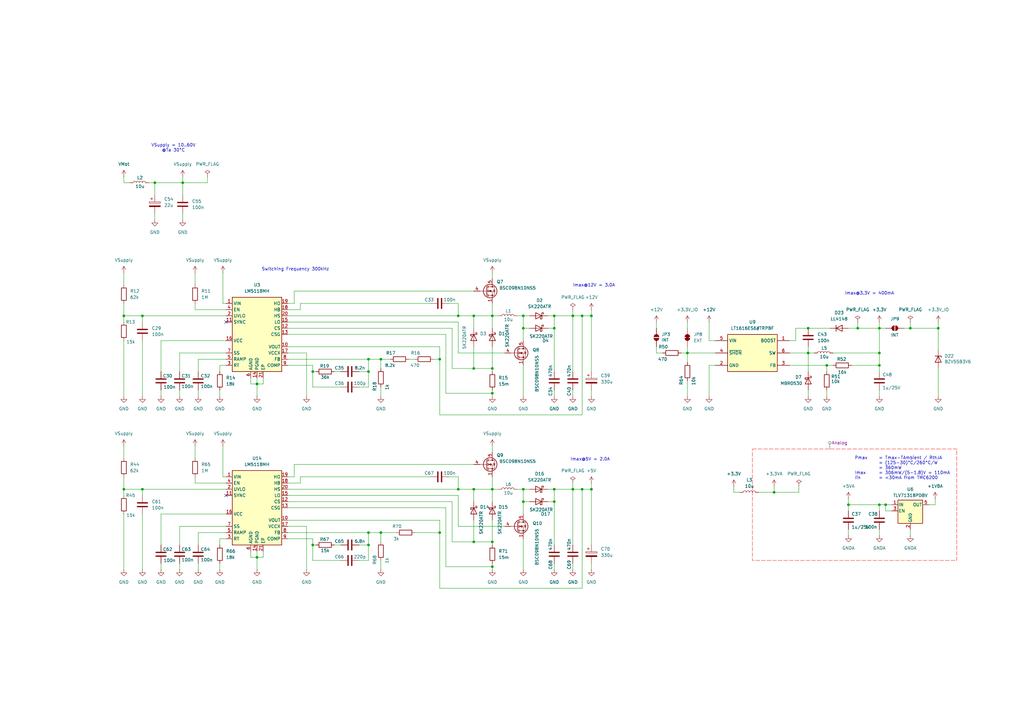
<source format=kicad_sch>
(kicad_sch (version 20250114) (generator "eeschema") (generator_version "9.0")
  (paper "A3")
  (text "Imax@3.3V = 400mA" (at 356.616 120.396 0) (effects (font (size 1.27 1.27))))
  (text "Imax@5V = 2.0A" (at 242.062 188.468 0) (effects (font (size 1.27 1.27))))
  (text "Switching Frequency 300kHz" (at 121.158 110.49 0) (effects (font (size 1.27 1.27))))
  (text "Imax@12V = 3.0A" (at 243.586 117.094 0) (effects (font (size 1.27 1.27))))
  (text "Pmax	= Tmax-TAmbient / RthJA\n		= (125-30)°C/260°C/W\n		= 360mW\nImax	= 306mW/(5-1.8)V = 110mA\nIin		= <30mA from TMC6200 " (at 350.52 192.024 0) (effects (font (size 1.27 1.27)) (justify left)))
  (text "VSupply = 10..60V\n@Ta 30°C" (at 71.12 60.706 0) (effects (font (size 1.27 1.27))))
  (junction (at 187.96 129.54))
  (junction (at 373.38 134.62))
  (junction (at 360.68 149.86))
  (junction (at 201.93 129.54))
  (junction (at 63.5 74.93))
  (junction (at 74.93 74.93))
  (junction (at 128.27 152.4))
  (junction (at 151.13 218.44))
  (junction (at 58.42 129.54))
  (junction (at 180.34 147.32))
  (junction (at 242.57 129.54))
  (junction (at 234.95 200.66))
  (junction (at 360.68 134.62))
  (junction (at 105.41 228.6))
  (junction (at 317.5 201.93))
  (junction (at 194.31 129.54))
  (junction (at 363.22 207.01))
  (junction (at 194.31 151.13))
  (junction (at 151.13 152.4))
  (junction (at 214.63 205.74))
  (junction (at 105.41 157.48))
  (junction (at 180.34 218.44))
  (junction (at 214.63 129.54))
  (junction (at 214.63 200.66))
  (junction (at 201.93 232.41))
  (junction (at 201.93 200.66))
  (junction (at 339.09 149.86))
  (junction (at 214.63 134.62))
  (junction (at 128.27 223.52))
  (junction (at 194.31 222.25))
  (junction (at 151.13 147.32))
  (junction (at 227.33 205.74))
  (junction (at 238.76 129.54))
  (junction (at 58.42 200.66))
  (junction (at 151.13 223.52))
  (junction (at 201.93 222.25))
  (junction (at 201.93 161.29))
  (junction (at 234.95 129.54))
  (junction (at 187.96 200.66))
  (junction (at 384.81 134.62))
  (junction (at 156.21 147.32))
  (junction (at 201.93 151.13))
  (junction (at 238.76 200.66))
  (junction (at 360.68 144.78))
  (junction (at 156.21 218.44))
  (junction (at 227.33 129.54))
  (junction (at 227.33 134.62))
  (junction (at 281.94 144.78))
  (junction (at 242.57 200.66))
  (junction (at 227.33 200.66))
  (junction (at 194.31 200.66))
  (junction (at 360.68 207.01))
  (junction (at 50.8 129.54))
  (junction (at 331.47 134.62))
  (junction (at 351.79 134.62))
  (junction (at 347.98 207.01))
  (junction (at 50.8 200.66))
  (junction (at 331.47 144.78))
  (no_connect (at 92.71 132.08))
  (no_connect (at 92.71 203.2))
  (wire (pts (xy 151.13 147.32) (xy 156.21 147.32)))
  (wire (pts (xy 234.95 231.14) (xy 234.95 233.68)))
  (wire (pts (xy 224.79 129.54) (xy 227.33 129.54)))
  (wire (pts (xy 227.33 129.54) (xy 227.33 134.62)))
  (wire (pts (xy 147.32 152.4) (xy 151.13 152.4)))
  (wire (pts (xy 180.34 147.32) (xy 180.34 170.18)))
  (wire (pts (xy 227.33 200.66) (xy 227.33 205.74)))
  (wire (pts (xy 118.11 215.9) (xy 125.73 215.9)))
  (wire (pts (xy 120.65 124.46) (xy 120.65 119.38)))
  (wire (pts (xy 279.4 144.78) (xy 281.94 144.78)))
  (wire (pts (xy 185.42 134.62) (xy 185.42 151.13)))
  (wire (pts (xy 242.57 127) (xy 242.57 129.54)))
  (wire (pts (xy 184.15 124.46) (xy 187.96 124.46)))
  (wire (pts (xy 50.8 129.54) (xy 50.8 132.08)))
  (wire (pts (xy 182.88 137.16) (xy 182.88 161.29)))
  (wire (pts (xy 317.5 201.93) (xy 327.66 201.93)))
  (wire (pts (xy 66.04 231.14) (xy 66.04 233.68)))
  (wire (pts (xy 360.68 217.17) (xy 360.68 219.71)))
  (wire (pts (xy 347.98 207.01) (xy 347.98 209.55)))
  (wire (pts (xy 384.81 134.62) (xy 384.81 143.51)))
  (wire (pts (xy 187.96 200.66) (xy 194.31 200.66)))
  (wire (pts (xy 331.47 144.78) (xy 331.47 152.4)))
  (wire (pts (xy 91.44 182.88) (xy 91.44 195.58)))
  (wire (pts (xy 73.66 144.78) (xy 73.66 152.4)))
  (wire (pts (xy 360.68 134.62) (xy 363.22 134.62)))
  (wire (pts (xy 238.76 241.3) (xy 238.76 200.66)))
  (wire (pts (xy 50.8 200.66) (xy 50.8 203.2)))
  (wire (pts (xy 214.63 220.98) (xy 214.63 233.68)))
  (wire (pts (xy 242.57 198.12) (xy 242.57 200.66)))
  (wire (pts (xy 326.39 134.62) (xy 331.47 134.62)))
  (wire (pts (xy 177.8 147.32) (xy 180.34 147.32)))
  (wire (pts (xy 234.95 129.54) (xy 238.76 129.54)))
  (wire (pts (xy 347.98 217.17) (xy 347.98 219.71)))
  (wire (pts (xy 118.11 203.2) (xy 187.96 203.2)))
  (wire (pts (xy 156.21 218.44) (xy 156.21 222.25)))
  (wire (pts (xy 339.09 149.86) (xy 341.63 149.86)))
  (wire (pts (xy 120.65 119.38) (xy 194.31 119.38)))
  (wire (pts (xy 224.79 200.66) (xy 227.33 200.66)))
  (wire (pts (xy 227.33 160.02) (xy 227.33 162.56)))
  (wire (pts (xy 85.09 72.39) (xy 85.09 74.93)))
  (wire (pts (xy 201.93 129.54) (xy 201.93 134.62)))
  (wire (pts (xy 360.68 149.86) (xy 360.68 152.4)))
  (wire (pts (xy 66.04 139.7) (xy 66.04 152.4)))
  (wire (pts (xy 92.71 124.46) (xy 91.44 124.46)))
  (wire (pts (xy 227.33 134.62) (xy 227.33 152.4)))
  (wire (pts (xy 227.33 231.14) (xy 227.33 233.68)))
  (wire (pts (xy 242.57 129.54) (xy 242.57 152.4)))
  (wire (pts (xy 58.42 200.66) (xy 92.71 200.66)))
  (wire (pts (xy 360.68 132.08) (xy 360.68 134.62)))
  (wire (pts (xy 331.47 160.02) (xy 331.47 162.56)))
  (wire (pts (xy 365.76 209.55) (xy 363.22 209.55)))
  (wire (pts (xy 384.81 151.13) (xy 384.81 162.56)))
  (wire (pts (xy 60.96 74.93) (xy 63.5 74.93)))
  (wire (pts (xy 269.24 144.78) (xy 269.24 142.24)))
  (wire (pts (xy 185.42 151.13) (xy 194.31 151.13)))
  (wire (pts (xy 351.79 134.62) (xy 360.68 134.62)))
  (wire (pts (xy 92.71 195.58) (xy 91.44 195.58)))
  (wire (pts (xy 73.66 231.14) (xy 73.66 233.68)))
  (wire (pts (xy 151.13 218.44) (xy 156.21 218.44)))
  (wire (pts (xy 156.21 229.87) (xy 156.21 233.68)))
  (wire (pts (xy 92.71 144.78) (xy 73.66 144.78)))
  (wire (pts (xy 73.66 160.02) (xy 73.66 162.56)))
  (wire (pts (xy 187.96 203.2) (xy 187.96 215.9)))
  (wire (pts (xy 53.34 74.93) (xy 50.8 74.93)))
  (wire (pts (xy 92.71 127) (xy 80.01 127)))
  (wire (pts (xy 118.11 198.12) (xy 123.19 198.12)))
  (wire (pts (xy 50.8 200.66) (xy 58.42 200.66)))
  (wire (pts (xy 360.68 134.62) (xy 360.68 144.78)))
  (wire (pts (xy 139.7 158.75) (xy 128.27 158.75)))
  (wire (pts (xy 347.98 207.01) (xy 347.98 204.47)))
  (wire (pts (xy 182.88 161.29) (xy 201.93 161.29)))
  (wire (pts (xy 80.01 198.12) (xy 80.01 195.58)))
  (wire (pts (xy 201.93 231.14) (xy 201.93 232.41)))
  (wire (pts (xy 80.01 182.88) (xy 80.01 187.96)))
  (wire (pts (xy 66.04 210.82) (xy 66.04 223.52)))
  (wire (pts (xy 118.11 132.08) (xy 187.96 132.08)))
  (wire (pts (xy 156.21 158.75) (xy 156.21 162.56)))
  (wire (pts (xy 363.22 207.01) (xy 365.76 207.01)))
  (wire (pts (xy 363.22 209.55) (xy 363.22 207.01)))
  (wire (pts (xy 281.94 144.78) (xy 281.94 148.59)))
  (wire (pts (xy 92.71 210.82) (xy 66.04 210.82)))
  (wire (pts (xy 269.24 132.08) (xy 269.24 134.62)))
  (wire (pts (xy 118.11 129.54) (xy 187.96 129.54)))
  (wire (pts (xy 80.01 111.76) (xy 80.01 116.84)))
  (wire (pts (xy 180.34 213.36) (xy 180.34 218.44)))
  (wire (pts (xy 281.94 156.21) (xy 281.94 162.56)))
  (wire (pts (xy 50.8 129.54) (xy 50.8 124.46)))
  (wire (pts (xy 224.79 134.62) (xy 227.33 134.62)))
  (wire (pts (xy 234.95 127) (xy 234.95 129.54)))
  (wire (pts (xy 102.87 226.06) (xy 102.87 228.6)))
  (wire (pts (xy 92.71 149.86) (xy 90.17 149.86)))
  (wire (pts (xy 351.79 132.08) (xy 351.79 134.62)))
  (wire (pts (xy 92.71 139.7) (xy 66.04 139.7)))
  (wire (pts (xy 323.85 139.7) (xy 326.39 139.7)))
  (wire (pts (xy 91.44 111.76) (xy 91.44 124.46)))
  (wire (pts (xy 184.15 195.58) (xy 187.96 195.58)))
  (wire (pts (xy 80.01 127) (xy 80.01 124.46)))
  (wire (pts (xy 151.13 152.4) (xy 151.13 147.32)))
  (wire (pts (xy 194.31 200.66) (xy 194.31 205.74)))
  (wire (pts (xy 194.31 129.54) (xy 201.93 129.54)))
  (wire (pts (xy 120.65 190.5) (xy 194.31 190.5)))
  (wire (pts (xy 227.33 129.54) (xy 234.95 129.54)))
  (wire (pts (xy 281.94 142.24) (xy 281.94 144.78)))
  (wire (pts (xy 81.28 231.14) (xy 81.28 233.68)))
  (wire (pts (xy 201.93 160.02) (xy 201.93 161.29)))
  (wire (pts (xy 92.71 198.12) (xy 80.01 198.12)))
  (wire (pts (xy 281.94 132.08) (xy 281.94 134.62)))
  (wire (pts (xy 118.11 124.46) (xy 120.65 124.46)))
  (wire (pts (xy 341.63 144.78) (xy 360.68 144.78)))
  (wire (pts (xy 201.93 195.58) (xy 201.93 200.66)))
  (wire (pts (xy 118.11 142.24) (xy 180.34 142.24)))
  (wire (pts (xy 123.19 195.58) (xy 176.53 195.58)))
  (wire (pts (xy 50.8 72.39) (xy 50.8 74.93)))
  (wire (pts (xy 234.95 200.66) (xy 238.76 200.66)))
  (wire (pts (xy 128.27 152.4) (xy 128.27 149.86)))
  (wire (pts (xy 151.13 158.75) (xy 151.13 152.4)))
  (wire (pts (xy 281.94 144.78) (xy 293.37 144.78)))
  (wire (pts (xy 290.83 149.86) (xy 290.83 162.56)))
  (wire (pts (xy 118.11 205.74) (xy 185.42 205.74)))
  (wire (pts (xy 151.13 229.87) (xy 151.13 223.52)))
  (wire (pts (xy 151.13 223.52) (xy 151.13 218.44)))
  (wire (pts (xy 300.99 201.93) (xy 303.53 201.93)))
  (wire (pts (xy 81.28 218.44) (xy 81.28 223.52)))
  (wire (pts (xy 102.87 154.94) (xy 102.87 157.48)))
  (wire (pts (xy 118.11 200.66) (xy 187.96 200.66)))
  (wire (pts (xy 326.39 139.7) (xy 326.39 134.62)))
  (wire (pts (xy 125.73 215.9) (xy 125.73 233.68)))
  (wire (pts (xy 214.63 200.66) (xy 217.17 200.66)))
  (wire (pts (xy 139.7 229.87) (xy 128.27 229.87)))
  (wire (pts (xy 137.16 223.52) (xy 139.7 223.52)))
  (wire (pts (xy 187.96 124.46) (xy 187.96 129.54)))
  (wire (pts (xy 118.11 134.62) (xy 185.42 134.62)))
  (wire (pts (xy 182.88 208.28) (xy 182.88 232.41)))
  (wire (pts (xy 128.27 223.52) (xy 128.27 220.98)))
  (wire (pts (xy 58.42 132.08) (xy 58.42 129.54)))
  (wire (pts (xy 180.34 142.24) (xy 180.34 147.32)))
  (wire (pts (xy 120.65 195.58) (xy 120.65 190.5)))
  (wire (pts (xy 63.5 87.63) (xy 63.5 90.17)))
  (wire (pts (xy 227.33 205.74) (xy 227.33 223.52)))
  (wire (pts (xy 214.63 205.74) (xy 217.17 205.74)))
  (wire (pts (xy 105.41 157.48) (xy 107.95 157.48)))
  (wire (pts (xy 187.96 195.58) (xy 187.96 200.66)))
  (wire (pts (xy 201.93 182.88) (xy 201.93 185.42)))
  (wire (pts (xy 137.16 152.4) (xy 139.7 152.4)))
  (wire (pts (xy 66.04 160.02) (xy 66.04 162.56)))
  (wire (pts (xy 300.99 199.39) (xy 300.99 201.93)))
  (wire (pts (xy 185.42 205.74) (xy 185.42 222.25)))
  (wire (pts (xy 214.63 205.74) (xy 214.63 210.82)))
  (wire (pts (xy 201.93 151.13) (xy 201.93 152.4)))
  (wire (pts (xy 123.19 127) (xy 123.19 124.46)))
  (wire (pts (xy 107.95 157.48) (xy 107.95 154.94)))
  (wire (pts (xy 323.85 149.86) (xy 339.09 149.86)))
  (wire (pts (xy 224.79 205.74) (xy 227.33 205.74)))
  (wire (pts (xy 123.19 124.46) (xy 176.53 124.46)))
  (wire (pts (xy 242.57 200.66) (xy 242.57 223.52)))
  (wire (pts (xy 194.31 200.66) (xy 201.93 200.66)))
  (wire (pts (xy 242.57 160.02) (xy 242.57 162.56)))
  (wire (pts (xy 339.09 149.86) (xy 339.09 152.4)))
  (wire (pts (xy 147.32 158.75) (xy 151.13 158.75)))
  (wire (pts (xy 129.54 152.4) (xy 128.27 152.4)))
  (wire (pts (xy 58.42 210.82) (xy 58.42 233.68)))
  (wire (pts (xy 92.71 220.98) (xy 90.17 220.98)))
  (wire (pts (xy 118.11 218.44) (xy 151.13 218.44)))
  (wire (pts (xy 201.93 213.36) (xy 201.93 222.25)))
  (wire (pts (xy 201.93 222.25) (xy 201.93 223.52)))
  (wire (pts (xy 182.88 232.41) (xy 201.93 232.41)))
  (wire (pts (xy 73.66 215.9) (xy 73.66 223.52)))
  (wire (pts (xy 128.27 220.98) (xy 118.11 220.98)))
  (wire (pts (xy 339.09 160.02) (xy 339.09 162.56)))
  (wire (pts (xy 269.24 144.78) (xy 271.78 144.78)))
  (wire (pts (xy 118.11 144.78) (xy 125.73 144.78)))
  (wire (pts (xy 50.8 182.88) (xy 50.8 187.96)))
  (wire (pts (xy 185.42 222.25) (xy 194.31 222.25)))
  (wire (pts (xy 129.54 223.52) (xy 128.27 223.52)))
  (wire (pts (xy 180.34 218.44) (xy 180.34 241.3)))
  (wire (pts (xy 170.18 218.44) (xy 180.34 218.44)))
  (wire (pts (xy 147.32 223.52) (xy 151.13 223.52)))
  (wire (pts (xy 384.81 132.08) (xy 384.81 134.62)))
  (wire (pts (xy 58.42 203.2) (xy 58.42 200.66)))
  (wire (pts (xy 105.41 226.06) (xy 105.41 228.6)))
  (wire (pts (xy 63.5 74.93) (xy 63.5 80.01)))
  (wire (pts (xy 167.64 147.32) (xy 170.18 147.32)))
  (wire (pts (xy 90.17 149.86) (xy 90.17 152.4)))
  (wire (pts (xy 214.63 134.62) (xy 217.17 134.62)))
  (wire (pts (xy 74.93 72.39) (xy 74.93 74.93)))
  (wire (pts (xy 187.96 132.08) (xy 187.96 144.78)))
  (wire (pts (xy 373.38 134.62) (xy 384.81 134.62)))
  (wire (pts (xy 90.17 231.14) (xy 90.17 233.68)))
  (wire (pts (xy 238.76 170.18) (xy 238.76 129.54)))
  (wire (pts (xy 323.85 144.78) (xy 331.47 144.78)))
  (wire (pts (xy 360.68 207.01) (xy 360.68 209.55)))
  (wire (pts (xy 194.31 222.25) (xy 201.93 222.25)))
  (wire (pts (xy 102.87 157.48) (xy 105.41 157.48)))
  (wire (pts (xy 331.47 134.62) (xy 340.36 134.62)))
  (wire (pts (xy 234.95 129.54) (xy 234.95 152.4)))
  (wire (pts (xy 180.34 170.18) (xy 238.76 170.18)))
  (wire (pts (xy 293.37 149.86) (xy 290.83 149.86)))
  (wire (pts (xy 234.95 200.66) (xy 234.95 223.52)))
  (wire (pts (xy 128.27 149.86) (xy 118.11 149.86)))
  (wire (pts (xy 234.95 198.12) (xy 234.95 200.66)))
  (wire (pts (xy 360.68 207.01) (xy 363.22 207.01)))
  (wire (pts (xy 58.42 139.7) (xy 58.42 162.56)))
  (wire (pts (xy 74.93 74.93) (xy 63.5 74.93)))
  (wire (pts (xy 360.68 160.02) (xy 360.68 162.56)))
  (wire (pts (xy 201.93 124.46) (xy 201.93 129.54)))
  (wire (pts (xy 201.93 200.66) (xy 201.93 205.74)))
  (wire (pts (xy 118.11 208.28) (xy 182.88 208.28)))
  (wire (pts (xy 194.31 151.13) (xy 201.93 151.13)))
  (wire (pts (xy 194.31 142.24) (xy 194.31 151.13)))
  (wire (pts (xy 90.17 160.02) (xy 90.17 162.56)))
  (wire (pts (xy 156.21 218.44) (xy 162.56 218.44)))
  (wire (pts (xy 349.25 149.86) (xy 360.68 149.86)))
  (wire (pts (xy 123.19 198.12) (xy 123.19 195.58)))
  (wire (pts (xy 81.28 147.32) (xy 81.28 152.4)))
  (wire (pts (xy 160.02 147.32) (xy 156.21 147.32)))
  (wire (pts (xy 201.93 129.54) (xy 204.47 129.54)))
  (wire (pts (xy 214.63 129.54) (xy 214.63 134.62)))
  (wire (pts (xy 92.71 147.32) (xy 81.28 147.32)))
  (wire (pts (xy 50.8 139.7) (xy 50.8 162.56)))
  (wire (pts (xy 107.95 228.6) (xy 107.95 226.06)))
  (wire (pts (xy 327.66 201.93) (xy 327.66 199.39)))
  (wire (pts (xy 214.63 134.62) (xy 214.63 139.7)))
  (wire (pts (xy 290.83 139.7) (xy 293.37 139.7)))
  (wire (pts (xy 360.68 144.78) (xy 360.68 149.86)))
  (wire (pts (xy 311.15 201.93) (xy 317.5 201.93)))
  (wire (pts (xy 102.87 228.6) (xy 105.41 228.6)))
  (wire (pts (xy 125.73 144.78) (xy 125.73 162.56)))
  (wire (pts (xy 105.41 228.6) (xy 107.95 228.6)))
  (wire (pts (xy 128.27 158.75) (xy 128.27 152.4)))
  (wire (pts (xy 50.8 111.76) (xy 50.8 116.84)))
  (wire (pts (xy 105.41 228.6) (xy 105.41 233.68)))
  (wire (pts (xy 238.76 200.66) (xy 242.57 200.66)))
  (wire (pts (xy 74.93 87.63) (xy 74.93 90.17)))
  (wire (pts (xy 201.93 142.24) (xy 201.93 151.13)))
  (wire (pts (xy 201.93 161.29) (xy 201.93 162.56)))
  (wire (pts (xy 156.21 147.32) (xy 156.21 151.13)))
  (wire (pts (xy 212.09 129.54) (xy 214.63 129.54)))
  (wire (pts (xy 201.93 200.66) (xy 204.47 200.66)))
  (wire (pts (xy 383.54 207.01) (xy 383.54 204.47)))
  (wire (pts (xy 227.33 200.66) (xy 234.95 200.66)))
  (wire (pts (xy 92.71 218.44) (xy 81.28 218.44)))
  (wire (pts (xy 147.32 229.87) (xy 151.13 229.87)))
  (wire (pts (xy 50.8 129.54) (xy 58.42 129.54)))
  (wire (pts (xy 118.11 213.36) (xy 180.34 213.36)))
  (wire (pts (xy 85.09 74.93) (xy 74.93 74.93)))
  (wire (pts (xy 214.63 200.66) (xy 214.63 205.74)))
  (wire (pts (xy 373.38 217.17) (xy 373.38 219.71)))
  (wire (pts (xy 118.11 137.16) (xy 182.88 137.16)))
  (wire (pts (xy 347.98 207.01) (xy 360.68 207.01)))
  (wire (pts (xy 331.47 142.24) (xy 331.47 144.78)))
  (wire (pts (xy 234.95 160.02) (xy 234.95 162.56)))
  (wire (pts (xy 242.57 231.14) (xy 242.57 233.68)))
  (wire (pts (xy 187.96 129.54) (xy 194.31 129.54)))
  (wire (pts (xy 180.34 241.3) (xy 238.76 241.3)))
  (wire (pts (xy 90.17 220.98) (xy 90.17 223.52)))
  (wire (pts (xy 381 207.01) (xy 383.54 207.01)))
  (wire (pts (xy 187.96 144.78) (xy 207.01 144.78)))
  (wire (pts (xy 92.71 215.9) (xy 73.66 215.9)))
  (wire (pts (xy 290.83 132.08) (xy 290.83 139.7)))
  (wire (pts (xy 118.11 127) (xy 123.19 127)))
  (wire (pts (xy 105.41 154.94) (xy 105.41 157.48)))
  (wire (pts (xy 214.63 149.86) (xy 214.63 162.56)))
  (wire (pts (xy 58.42 129.54) (xy 92.71 129.54)))
  (wire (pts (xy 194.31 129.54) (xy 194.31 134.62)))
  (wire (pts (xy 194.31 213.36) (xy 194.31 222.25)))
  (wire (pts (xy 331.47 144.78) (xy 334.01 144.78)))
  (wire (pts (xy 105.41 157.48) (xy 105.41 162.56)))
  (wire (pts (xy 50.8 210.82) (xy 50.8 233.68)))
  (wire (pts (xy 238.76 129.54) (xy 242.57 129.54)))
  (wire (pts (xy 317.5 201.93) (xy 317.5 199.39)))
  (wire (pts (xy 370.84 134.62) (xy 373.38 134.62)))
  (wire (pts (xy 118.11 195.58) (xy 120.65 195.58)))
  (wire (pts (xy 128.27 229.87) (xy 128.27 223.52)))
  (wire (pts (xy 74.93 74.93) (xy 74.93 80.01)))
  (wire (pts (xy 347.98 134.62) (xy 351.79 134.62)))
  (wire (pts (xy 214.63 129.54) (xy 217.17 129.54)))
  (wire (pts (xy 373.38 132.08) (xy 373.38 134.62)))
  (wire (pts (xy 118.11 147.32) (xy 151.13 147.32)))
  (wire (pts (xy 201.93 111.76) (xy 201.93 114.3)))
  (wire (pts (xy 187.96 215.9) (xy 207.01 215.9)))
  (wire (pts (xy 50.8 200.66) (xy 50.8 195.58)))
  (wire (pts (xy 81.28 160.02) (xy 81.28 162.56)))
  (wire (pts (xy 201.93 232.41) (xy 201.93 233.68)))
  (wire (pts (xy 212.09 200.66) (xy 214.63 200.66)))
  (rule_area (polyline (pts (xy 308.61 184.15) (xy 392.43 184.15) (xy 392.43 229.87) (xy 308.61 229.87)) (stroke (width 0) (type dash))))
  (netclass_flag "" (length 2.54) (shape round) (at 340.36 184.15 0) (property "Netclass" "Analog" (at 341.0585 181.61 0) (effects (justify left))))
  (symbol (lib_id "Device:R") (at 163.83 147.32 90) (unit 1) (exclude_from_sim yes)
    (property "Reference" "R17" (at 160.274 144.78 90))
    (property "Value" "8.2k" (at 160.02 149.86 90))
    (property "Footprint" "Resistor_SMD:R_0805_2012Metric" (effects (hide yes)))
    (property "Description" "Resistor" (effects (hide yes)))
  )
  (symbol (lib_id "Device:C") (at 58.42 135.89 0) (unit 1) (exclude_from_sim yes)
    (property "Reference" "C29" (at 62.23 134.6199 0) (effects (justify left)))
    (property "Value" "100n" (at 62.23 137.1599 0) (effects (justify left)))
    (property "Footprint" "Capacitor_SMD:C_0805_2012Metric" (effects (hide yes)))
    (property "Description" "Unpolarized capacitor" (effects (hide yes)))
  )
  (symbol (lib_id "Device:C") (at 66.04 156.21 0) (unit 1) (exclude_from_sim yes)
    (property "Reference" "C30" (at 66.802 154.178 0) (effects (justify left)))
    (property "Value" "100n" (at 67.056 158.75 0) (effects (justify left)))
    (property "Footprint" "Capacitor_SMD:C_0805_2012Metric" (effects (hide yes)))
    (property "Description" "Unpolarized capacitor" (effects (hide yes)))
  )
  (symbol (lib_id "power:GND") (at 227.33 162.56 0) (unit 1) (exclude_from_sim yes)
    (property "Reference" "#PWR056" (effects (hide yes)))
    (property "Value" "GND" (at 227.33 167.64 0))
    (property "Description" "Power symbol creates a global label with name \"GND\" , ground" (effects (hide yes)))
  )
  (symbol (lib_id "power:GND") (at 281.94 162.56 0) (unit 1) (exclude_from_sim yes)
    (property "Reference" "#PWR0180" (effects (hide yes)))
    (property "Value" "GND" (at 281.94 167.64 0))
    (property "Description" "Power symbol creates a global label with name \"GND\" , ground" (effects (hide yes)))
  )
  (symbol (lib_id "power:GND") (at 227.33 233.68 0) (unit 1) (exclude_from_sim yes)
    (property "Reference" "#PWR0196" (effects (hide yes)))
    (property "Value" "GND" (at 227.33 238.76 0))
    (property "Description" "Power symbol creates a global label with name \"GND\" , ground" (effects (hide yes)))
  )
  (symbol (lib_id "power:GND") (at 90.17 162.56 0) (unit 1) (exclude_from_sim yes)
    (property "Reference" "#PWR047" (effects (hide yes)))
    (property "Value" "GND" (at 90.17 167.64 0))
    (property "Description" "Power symbol creates a global label with name \"GND\" , ground" (effects (hide yes)))
  )
  (symbol (lib_id "Device:C") (at 143.51 158.75 90) (unit 1) (exclude_from_sim yes)
    (property "Reference" "C36" (at 139.192 157.226 90))
    (property "Value" "100p" (at 147.574 157.226 90))
    (property "Footprint" "Capacitor_SMD:C_0805_2012Metric" (effects (hide yes)))
    (property "Description" "Unpolarized capacitor" (effects (hide yes)))
  )
  (symbol (lib_id "Regulator_Switching:LM5118MH") (at 105.41 137.16 0) (unit 1) (exclude_from_sim yes)
    (property "Reference" "U3" (at 105.41 116.84 0))
    (property "Value" "LM5118MH" (at 105.41 119.38 0))
    (property "Footprint" "Package_SO:Texas_PWP0020A" (effects (hide yes)))
    (property "Datasheet" "https://www.ti.com/lit/ds/symlink/lm5118.pdf" (effects (hide yes)))
    (property "Description" "Wide Voltage Range Buck-Boost Controller, HTSSOP-20" (effects (hide yes)))
  )
  (symbol (lib_id "power:GND") (at 105.41 233.68 0) (unit 1) (exclude_from_sim yes)
    (property "Reference" "#PWR0190" (effects (hide yes)))
    (property "Value" "GND" (at 105.41 238.76 0))
    (property "Description" "Power symbol creates a global label with name \"GND\" , ground" (effects (hide yes)))
  )
  (symbol (lib_id "power:GND") (at 66.04 162.56 0) (unit 1) (exclude_from_sim yes)
    (property "Reference" "#PWR048" (effects (hide yes)))
    (property "Value" "GND" (at 66.04 167.64 0))
    (property "Description" "Power symbol creates a global label with name \"GND\" , ground" (effects (hide yes)))
  )
  (symbol (lib_id "power:PWR_FLAG") (at 373.38 132.08 0) (unit 1)
    (property "Reference" "#FLG05" (effects (hide yes)))
    (property "Value" "PWR_FLAG" (at 373.38 127 0))
    (property "Description" "Special symbol for telling ERC where power comes from" (effects (hide yes)))
  )
  (symbol (lib_id "Device:L") (at 337.82 144.78 90) (unit 1) (exclude_from_sim yes)
    (property "Reference" "L5" (at 338.074 142.748 90))
    (property "Value" "10u" (at 338.074 146.304 90))
    (property "Footprint" "Inductor_SMD:L_TechFuse_SL0530" (effects (hide yes)))
    (property "Description" "Inductor" (effects (hide yes)))
  )
  (symbol (lib_id "power:PWR_FLAG") (at 327.66 199.39 0) (unit 1)
    (property "Reference" "#FLG011" (effects (hide yes)))
    (property "Value" "PWR_FLAG" (at 327.66 194.31 0))
    (property "Description" "Special symbol for telling ERC where power comes from" (effects (hide yes)))
  )
  (symbol (lib_id "Device:L") (at 307.34 201.93 90) (unit 1)
    (property "Reference" "L3" (at 307.34 196.85 90))
    (property "Value" "10u" (at 307.34 199.39 90))
    (property "Footprint" "Inductor_SMD:L_0805_2012Metric" (effects (hide yes)))
    (property "Description" "Inductor" (effects (hide yes)))
  )
  (symbol (lib_id "power:GND") (at 74.93 90.17 0) (unit 1) (exclude_from_sim yes)
    (property "Reference" "#PWR0113" (effects (hide yes)))
    (property "Value" "GND" (at 74.93 95.25 0))
    (property "Description" "Power symbol creates a global label with name \"GND\" , ground" (effects (hide yes)))
  )
  (symbol (lib_id "power:GNDA") (at 373.38 219.71 0) (unit 1)
    (property "Reference" "#PWR070" (effects (hide yes)))
    (property "Value" "GNDA" (at 373.38 224.79 0))
    (property "Description" "Power symbol creates a global label with name \"GNDA\" , analog ground" (effects (hide yes)))
  )
  (symbol (lib_id "Device:D_Schottky") (at 201.93 138.43 270) (unit 1) (exclude_from_sim yes)
    (property "Reference" "D1" (at 204.47 136.8424 90) (effects (justify left)))
    (property "Value" "SK220ATR" (at 208.026 132.842 0) (effects (justify left)))
    (property "Footprint" "Diode_SMD:D_SMA" (effects (hide yes)))
    (property "Description" "Schottky diode" (effects (hide yes)))
  )
  (symbol (lib_id "power:GND") (at 156.21 162.56 0) (unit 1) (exclude_from_sim yes)
    (property "Reference" "#PWR060" (effects (hide yes)))
    (property "Value" "GND" (at 156.21 167.64 0))
    (property "Description" "Power symbol creates a global label with name \"GND\" , ground" (effects (hide yes)))
  )
  (symbol (lib_id "Device:C") (at 331.47 138.43 0) (unit 1) (exclude_from_sim yes)
    (property "Reference" "C43" (at 335.28 137.1599 0) (effects (justify left)))
    (property "Value" "100n" (at 335.28 139.6999 0) (effects (justify left)))
    (property "Footprint" "Capacitor_SMD:C_0805_2012Metric" (effects (hide yes)))
    (property "Description" "Unpolarized capacitor" (effects (hide yes)))
  )
  (symbol (lib_id "Device:D_Schottky") (at 220.98 205.74 0) (mirror y) (unit 1) (exclude_from_sim yes)
    (property "Reference" "D17" (at 223.774 210.82 0))
    (property "Value" "SK220ATR" (at 221.996 209.042 0))
    (property "Footprint" "Diode_SMD:D_SMA" (effects (hide yes)))
    (property "Description" "Schottky diode" (effects (hide yes)))
  )
  (symbol (lib_id "Device:C") (at 143.51 152.4 90) (unit 1) (exclude_from_sim yes)
    (property "Reference" "C35" (at 139.192 150.876 90))
    (property "Value" "8.2n" (at 147.574 150.876 90))
    (property "Footprint" "Capacitor_SMD:C_0805_2012Metric" (effects (hide yes)))
    (property "Description" "Unpolarized capacitor" (effects (hide yes)))
  )
  (symbol (lib_id "power:+12V") (at 269.24 132.08 0) (unit 1) (exclude_from_sim yes)
    (property "Reference" "#PWR0178" (effects (hide yes)))
    (property "Value" "+12V" (at 269.24 127 0))
    (property "Description" "Power symbol creates a global label with name \"+12V\"" (effects (hide yes)))
  )
  (symbol (lib_id "Device:R") (at 80.01 120.65 0) (unit 1) (exclude_from_sim yes)
    (property "Reference" "R11" (at 82.55 119.3799 0) (effects (justify left)))
    (property "Value" "1M" (at 82.55 121.9199 0) (effects (justify left)))
    (property "Footprint" "Resistor_SMD:R_0805_2012Metric" (effects (hide yes)))
    (property "Description" "Resistor" (effects (hide yes)))
  )
  (symbol (lib_id "power:GND") (at 214.63 233.68 0) (unit 1) (exclude_from_sim yes)
    (property "Reference" "#PWR0195" (effects (hide yes)))
    (property "Value" "GND" (at 214.63 238.76 0))
    (property "Description" "Power symbol creates a global label with name \"GND\" , ground" (effects (hide yes)))
  )
  (symbol (lib_id "Device:C") (at 180.34 195.58 90) (unit 1) (exclude_from_sim yes)
    (property "Reference" "C67" (at 176.022 194.056 90))
    (property "Value" "100n" (at 184.404 194.056 90))
    (property "Footprint" "Capacitor_SMD:C_0805_2012Metric" (effects (hide yes)))
    (property "Description" "Unpolarized capacitor" (effects (hide yes)))
  )
  (symbol (lib_id "Device:C_Polarized") (at 63.5 83.82 0) (unit 1) (exclude_from_sim yes)
    (property "Reference" "C54" (at 67.31 81.6609 0) (effects (justify left)))
    (property "Value" "22u" (at 67.31 84.2009 0) (effects (justify left)))
    (property "Footprint" "Capacitor_SMD:CP_Elec_6.3x9.9" (effects (hide yes)))
    (property "Description" "Polarized capacitor" (effects (hide yes)))
  )
  (symbol (lib_id "Regulator_Linear:TLV71318PDBV") (at 373.38 209.55 0) (unit 1) (exclude_from_sim yes)
    (property "Reference" "U6" (at 373.38 200.66 0))
    (property "Value" "TLV71318PDBV" (at 373.38 203.2 0))
    (property "Footprint" "Package_TO_SOT_SMD:SOT-23-5" (effects (hide yes)))
    (property "Datasheet" "http://www.ti.com/lit/ds/symlink/tlv713p.pdf" (effects (hide yes)))
    (property "Description" "150mA Low Dropout Voltage Regulator, Fixed Output 1.8V, SOT-23-5" (effects (hide yes)))
  )
  (symbol (lib_id "power:Vdrive") (at 201.93 111.76 0) (unit 1) (exclude_from_sim yes)
    (property "Reference" "#PWR059" (effects (hide yes)))
    (property "Value" "VSupply" (at 201.93 106.68 0))
    (property "Description" "Power symbol creates a global label with name \"Vdrive\"" (effects (hide yes)))
  )
  (symbol (lib_id "Device:R") (at 275.59 144.78 90) (unit 1) (exclude_from_sim yes)
    (property "Reference" "R50" (at 272.034 142.24 90))
    (property "Value" "470" (at 271.78 147.32 90))
    (property "Footprint" "Resistor_SMD:R_0805_2012Metric" (effects (hide yes)))
    (property "Description" "Resistor" (effects (hide yes)))
  )
  (symbol (lib_id "power:Vdrive") (at 91.44 182.88 0) (unit 1) (exclude_from_sim yes)
    (property "Reference" "#PWR0189" (effects (hide yes)))
    (property "Value" "VSupply" (at 91.44 177.8 0))
    (property "Description" "Power symbol creates a global label with name \"Vdrive\"" (effects (hide yes)))
  )
  (symbol (lib_id "power:Vdrive") (at 80.01 111.76 0) (unit 1) (exclude_from_sim yes)
    (property "Reference" "#PWR052" (effects (hide yes)))
    (property "Value" "VSupply" (at 80.01 106.68 0))
    (property "Description" "Power symbol creates a global label with name \"Vdrive\"" (effects (hide yes)))
  )
  (symbol (lib_id "Device:R") (at 90.17 156.21 0) (unit 1) (exclude_from_sim yes)
    (property "Reference" "R14" (at 92.71 154.9399 0) (effects (justify left)))
    (property "Value" "18k" (at 92.71 157.4799 0) (effects (justify left)))
    (property "Footprint" "Resistor_SMD:R_0805_2012Metric" (effects (hide yes)))
    (property "Description" "Resistor" (effects (hide yes)))
  )
  (symbol (lib_id "Device:R") (at 50.8 135.89 0) (unit 1) (exclude_from_sim yes)
    (property "Reference" "R13" (at 51.562 132.08 0) (effects (justify left)))
    (property "Value" "15k" (at 51.816 140.208 0) (effects (justify left)))
    (property "Footprint" "Resistor_SMD:R_0805_2012Metric" (effects (hide yes)))
    (property "Description" "Resistor" (effects (hide yes)))
  )
  (symbol (lib_id "Device:C") (at 234.95 227.33 180) (unit 1) (exclude_from_sim yes)
    (property "Reference" "C69" (at 233.426 231.648 90))
    (property "Value" "470n" (at 233.426 223.266 90))
    (property "Footprint" "Capacitor_SMD:C_0805_2012Metric" (effects (hide yes)))
    (property "Description" "Unpolarized capacitor" (effects (hide yes)))
  )
  (symbol (lib_id "power:Vdrive") (at 80.01 182.88 0) (unit 1) (exclude_from_sim yes)
    (property "Reference" "#PWR0186" (effects (hide yes)))
    (property "Value" "VSupply" (at 80.01 177.8 0))
    (property "Description" "Power symbol creates a global label with name \"Vdrive\"" (effects (hide yes)))
  )
  (symbol (lib_id "power:+3.3V") (at 317.5 199.39 0) (unit 1)
    (property "Reference" "#PWR0117" (effects (hide yes)))
    (property "Value" "+3.3VA" (at 317.5 194.31 0))
    (property "Description" "Power symbol creates a global label with name \"+3.3V\"" (effects (hide yes)))
  )
  (symbol (lib_id "Device:C") (at 360.68 213.36 0) (unit 1) (exclude_from_sim yes)
    (property "Reference" "C38" (at 356.108 210.82 0) (effects (justify left)))
    (property "Value" "100n" (at 354.838 216.154 0) (effects (justify left)))
    (property "Footprint" "Capacitor_SMD:C_0805_2012Metric" (effects (hide yes)))
    (property "Description" "Unpolarized capacitor" (effects (hide yes)))
  )
  (symbol (lib_id "Device:D_Schottky") (at 220.98 200.66 0) (mirror y) (unit 1) (exclude_from_sim yes)
    (property "Reference" "D16" (at 221.2975 194.31 0))
    (property "Value" "SK220ATR" (at 221.2975 196.85 0))
    (property "Footprint" "Diode_SMD:D_SMA" (effects (hide yes)))
    (property "Description" "Schottky diode" (effects (hide yes)))
  )
  (symbol (lib_id "power:GND") (at 50.8 162.56 0) (unit 1) (exclude_from_sim yes)
    (property "Reference" "#PWR045" (effects (hide yes)))
    (property "Value" "GND" (at 50.8 167.64 0))
    (property "Description" "Power symbol creates a global label with name \"GND\" , ground" (effects (hide yes)))
  )
  (symbol (lib_id "Device:R") (at 50.8 207.01 0) (unit 1) (exclude_from_sim yes)
    (property "Reference" "R45" (at 51.562 203.2 0) (effects (justify left)))
    (property "Value" "15k" (at 51.816 211.328 0) (effects (justify left)))
    (property "Footprint" "Resistor_SMD:R_0805_2012Metric" (effects (hide yes)))
    (property "Description" "Resistor" (effects (hide yes)))
  )
  (symbol (lib_id "Device:C_Polarized") (at 242.57 156.21 0) (unit 1) (exclude_from_sim yes)
    (property "Reference" "C39" (at 246.38 154.0509 0) (effects (justify left)))
    (property "Value" "330u" (at 246.38 156.5909 0) (effects (justify left)))
    (property "Footprint" "Capacitor_SMD:CP_Elec_6.3x9.9" (effects (hide yes)))
    (property "Description" "Polarized capacitor" (effects (hide yes)))
  )
  (symbol (lib_id "Device:D_Schottky") (at 220.98 134.62 0) (mirror y) (unit 1) (exclude_from_sim yes)
    (property "Reference" "D4" (at 223.774 139.7 0))
    (property "Value" "SK220ATR" (at 221.996 137.922 0))
    (property "Footprint" "Diode_SMD:D_SMA" (effects (hide yes)))
    (property "Description" "Schottky diode" (effects (hide yes)))
  )
  (symbol (lib_id "Device:R") (at 173.99 147.32 90) (unit 1) (exclude_from_sim yes)
    (property "Reference" "R16" (at 170.434 144.78 90))
    (property "Value" "470" (at 170.18 149.86 90))
    (property "Footprint" "Resistor_SMD:R_0805_2012Metric" (effects (hide yes)))
    (property "Description" "Resistor" (effects (hide yes)))
  )
  (symbol (lib_id "Device:R") (at 281.94 152.4 180) (unit 1) (exclude_from_sim yes)
    (property "Reference" "R64" (at 279.4 155.956 90))
    (property "Value" "10k" (at 284.48 156.21 90))
    (property "Footprint" "Resistor_SMD:R_0805_2012Metric" (effects (hide yes)))
    (property "Description" "Resistor" (effects (hide yes)))
  )
  (symbol (lib_id "Device:C") (at 180.34 124.46 90) (unit 1) (exclude_from_sim yes)
    (property "Reference" "C33" (at 176.022 122.936 90))
    (property "Value" "100n" (at 184.404 122.936 90))
    (property "Footprint" "Capacitor_SMD:C_0805_2012Metric" (effects (hide yes)))
    (property "Description" "Unpolarized capacitor" (effects (hide yes)))
  )
  (symbol (lib_id "power:GNDA") (at 360.68 219.71 0) (unit 1)
    (property "Reference" "#PWR041" (effects (hide yes)))
    (property "Value" "GNDA" (at 360.68 224.79 0))
    (property "Description" "Power symbol creates a global label with name \"GNDA\" , analog ground" (effects (hide yes)))
  )
  (symbol (lib_id "power:GND") (at 66.04 233.68 0) (unit 1) (exclude_from_sim yes)
    (property "Reference" "#PWR0184" (effects (hide yes)))
    (property "Value" "GND" (at 66.04 238.76 0))
    (property "Description" "Power symbol creates a global label with name \"GND\" , ground" (effects (hide yes)))
  )
  (symbol (lib_id "Device:C") (at 347.98 213.36 0) (unit 1) (exclude_from_sim yes)
    (property "Reference" "C37" (at 349.25 210.82 0) (effects (justify left)))
    (property "Value" "1u/25V" (at 349.25 216.154 0) (effects (justify left)))
    (property "Footprint" "Capacitor_SMD:C_0805_2012Metric" (effects (hide yes)))
    (property "Description" "Unpolarized capacitor" (effects (hide yes)))
  )
  (symbol (lib_id "power:GND") (at 234.95 233.68 0) (unit 1) (exclude_from_sim yes)
    (property "Reference" "#PWR0197" (effects (hide yes)))
    (property "Value" "GND" (at 234.95 238.76 0))
    (property "Description" "Power symbol creates a global label with name \"GND\" , ground" (effects (hide yes)))
  )
  (symbol (lib_id "power:GND") (at 90.17 233.68 0) (unit 1) (exclude_from_sim yes)
    (property "Reference" "#PWR0188" (effects (hide yes)))
    (property "Value" "GND" (at 90.17 238.76 0))
    (property "Description" "Power symbol creates a global label with name \"GND\" , ground" (effects (hide yes)))
  )
  (symbol (lib_id "power:GND") (at 242.57 162.56 0) (unit 1) (exclude_from_sim yes)
    (property "Reference" "#PWR066" (effects (hide yes)))
    (property "Value" "GND" (at 242.57 167.64 0))
    (property "Description" "Power symbol creates a global label with name \"GND\" , ground" (effects (hide yes)))
  )
  (symbol (lib_id "Device:R") (at 166.37 218.44 90) (unit 1) (exclude_from_sim yes)
    (property "Reference" "R70" (at 162.814 215.9 90))
    (property "Value" "3k" (at 162.56 220.98 90))
    (property "Footprint" "Resistor_SMD:R_0805_2012Metric" (effects (hide yes)))
    (property "Description" "Resistor" (effects (hide yes)))
  )
  (symbol (lib_id "Device:C") (at 143.51 229.87 90) (unit 1) (exclude_from_sim yes)
    (property "Reference" "C66" (at 139.192 228.346 90))
    (property "Value" "220p" (at 147.574 228.346 90))
    (property "Footprint" "Capacitor_SMD:C_0805_2012Metric" (effects (hide yes)))
    (property "Description" "Unpolarized capacitor" (effects (hide yes)))
  )
  (symbol (lib_id "Device:C") (at 143.51 223.52 90) (unit 1) (exclude_from_sim yes)
    (property "Reference" "C65" (at 139.192 221.996 90))
    (property "Value" "6.8n" (at 147.574 221.996 90))
    (property "Footprint" "Capacitor_SMD:C_0805_2012Metric" (effects (hide yes)))
    (property "Description" "Unpolarized capacitor" (effects (hide yes)))
  )
  (symbol (lib_id "Device:R") (at 90.17 227.33 0) (unit 1) (exclude_from_sim yes)
    (property "Reference" "R66" (at 92.71 226.0599 0) (effects (justify left)))
    (property "Value" "18k" (at 92.71 228.5999 0) (effects (justify left)))
    (property "Footprint" "Resistor_SMD:R_0805_2012Metric" (effects (hide yes)))
    (property "Description" "Resistor" (effects (hide yes)))
  )
  (symbol (lib_id "power:GND") (at 73.66 233.68 0) (unit 1) (exclude_from_sim yes)
    (property "Reference" "#PWR0185" (effects (hide yes)))
    (property "Value" "GND" (at 73.66 238.76 0))
    (property "Description" "Power symbol creates a global label with name \"GND\" , ground" (effects (hide yes)))
  )
  (symbol (lib_id "Device:C") (at 234.95 156.21 180) (unit 1) (exclude_from_sim yes)
    (property "Reference" "C40" (at 233.426 160.528 90))
    (property "Value" "470n" (at 233.426 152.146 90))
    (property "Footprint" "Capacitor_SMD:C_0805_2012Metric" (effects (hide yes)))
    (property "Description" "Unpolarized capacitor" (effects (hide yes)))
  )
  (symbol (lib_id "Device:R") (at 156.21 154.94 180) (unit 1) (exclude_from_sim yes)
    (property "Reference" "R18" (at 153.67 158.496 90))
    (property "Value" "1k" (at 158.75 158.75 90))
    (property "Footprint" "Resistor_SMD:R_0805_2012Metric" (effects (hide yes)))
    (property "Description" "Resistor" (effects (hide yes)))
  )
  (symbol (lib_id "power:+12V") (at 290.83 132.08 0) (unit 1) (exclude_from_sim yes)
    (property "Reference" "#PWR0142" (effects (hide yes)))
    (property "Value" "+12V" (at 290.83 127 0))
    (property "Description" "Power symbol creates a global label with name \"+12V\"" (effects (hide yes)))
  )
  (symbol (lib_id "Device:D_Schottky") (at 194.31 138.43 270) (unit 1) (exclude_from_sim yes)
    (property "Reference" "D3" (at 196.85 136.8424 90) (effects (justify left)))
    (property "Value" "SK220ATR" (at 190.5 133.604 0) (effects (justify left)))
    (property "Footprint" "Diode_SMD:D_SMA" (effects (hide yes)))
    (property "Description" "Schottky diode" (effects (hide yes)))
  )
  (symbol (lib_id "power:GND") (at 81.28 233.68 0) (unit 1) (exclude_from_sim yes)
    (property "Reference" "#PWR0187" (effects (hide yes)))
    (property "Value" "GND" (at 81.28 238.76 0))
    (property "Description" "Power symbol creates a global label with name \"GND\" , ground" (effects (hide yes)))
  )
  (symbol (lib_id "power:PWR_FLAG") (at 234.95 198.12 0) (unit 1)
    (property "Reference" "#FLG03" (effects (hide yes)))
    (property "Value" "PWR_FLAG" (at 234.95 193.04 0))
    (property "Description" "Special symbol for telling ERC where power comes from" (effects (hide yes)))
  )
  (symbol (lib_id "power:Vdrive") (at 50.8 111.76 0) (unit 1) (exclude_from_sim yes)
    (property "Reference" "#PWR053" (effects (hide yes)))
    (property "Value" "VSupply" (at 50.8 106.68 0))
    (property "Description" "Power symbol creates a global label with name \"Vdrive\"" (effects (hide yes)))
  )
  (symbol (lib_id "Device:R") (at 50.8 120.65 0) (unit 1) (exclude_from_sim yes)
    (property "Reference" "R12" (at 53.34 119.3799 0) (effects (justify left)))
    (property "Value" "62k" (at 53.34 121.9199 0) (effects (justify left)))
    (property "Footprint" "Resistor_SMD:R_0805_2012Metric" (effects (hide yes)))
    (property "Description" "Resistor" (effects (hide yes)))
  )
  (symbol (lib_id "power:GND") (at 58.42 162.56 0) (unit 1) (exclude_from_sim yes)
    (property "Reference" "#PWR046" (effects (hide yes)))
    (property "Value" "GND" (at 58.42 167.64 0))
    (property "Description" "Power symbol creates a global label with name \"GND\" , ground" (effects (hide yes)))
  )
  (symbol (lib_id "power:GND") (at 234.95 162.56 0) (unit 1) (exclude_from_sim yes)
    (property "Reference" "#PWR067" (effects (hide yes)))
    (property "Value" "GND" (at 234.95 167.64 0))
    (property "Description" "Power symbol creates a global label with name \"GND\" , ground" (effects (hide yes)))
  )
  (symbol (lib_id "power:Vdrive") (at 91.44 111.76 0) (unit 1) (exclude_from_sim yes)
    (property "Reference" "#PWR051" (effects (hide yes)))
    (property "Value" "VSupply" (at 91.44 106.68 0))
    (property "Description" "Power symbol creates a global label with name \"Vdrive\"" (effects (hide yes)))
  )
  (symbol (lib_id "power:+3.3V") (at 360.68 132.08 0) (unit 1)
    (property "Reference" "#PWR0146" (effects (hide yes)))
    (property "Value" "+3.3V" (at 360.68 127 0))
    (property "Description" "Power symbol creates a global label with name \"+3.3V\"" (effects (hide yes)))
  )
  (symbol (lib_id "power:+5VA") (at 383.54 204.47 0) (unit 1)
    (property "Reference" "#PWR084" (effects (hide yes)))
    (property "Value" "+1V8A" (at 383.54 199.39 0))
    (property "Description" "Power symbol creates a global label with name \"+5VA\"" (effects (hide yes)))
  )
  (symbol (lib_id "Device:R") (at 345.44 149.86 90) (unit 1) (exclude_from_sim yes)
    (property "Reference" "R52" (at 345.186 147.32 90))
    (property "Value" "16k" (at 345.44 152.654 90))
    (property "Footprint" "Resistor_SMD:R_0805_2012Metric" (effects (hide yes)))
    (property "Description" "Resistor" (effects (hide yes)))
  )
  (symbol (lib_id "Device:L") (at 208.28 129.54 90) (unit 1) (exclude_from_sim yes)
    (property "Reference" "L1" (at 208.534 127.508 90))
    (property "Value" "10u" (at 208.534 131.064 90))
    (property "Footprint" "Inductor_SMD:L_TechFuse_SL0530" (effects (hide yes)))
    (property "Description" "Inductor" (effects (hide yes)))
  )
  (symbol (lib_id "power:GND") (at 81.28 162.56 0) (unit 1) (exclude_from_sim yes)
    (property "Reference" "#PWR050" (effects (hide yes)))
    (property "Value" "GND" (at 81.28 167.64 0))
    (property "Description" "Power symbol creates a global label with name \"GND\" , ground" (effects (hide yes)))
  )
  (symbol (lib_id "Device:C") (at 58.42 207.01 0) (unit 1) (exclude_from_sim yes)
    (property "Reference" "C61" (at 62.23 205.7399 0) (effects (justify left)))
    (property "Value" "100n" (at 62.23 208.2799 0) (effects (justify left)))
    (property "Footprint" "Capacitor_SMD:C_0805_2012Metric" (effects (hide yes)))
    (property "Description" "Unpolarized capacitor" (effects (hide yes)))
  )
  (symbol (lib_id "Device:C") (at 360.68 156.21 0) (unit 1) (exclude_from_sim yes)
    (property "Reference" "C48" (at 361.95 153.67 0) (effects (justify left)))
    (property "Value" "1u/25V" (at 361.95 159.004 0) (effects (justify left)))
    (property "Footprint" "Capacitor_SMD:C_0805_2012Metric" (effects (hide yes)))
    (property "Description" "Unpolarized capacitor" (effects (hide yes)))
  )
  (symbol (lib_id "power:GND") (at 201.93 162.56 0) (unit 1) (exclude_from_sim yes)
    (property "Reference" "#PWR054" (effects (hide yes)))
    (property "Value" "GND" (at 201.93 167.64 0))
    (property "Description" "Power symbol creates a global label with name \"GND\" , ground" (effects (hide yes)))
  )
  (symbol (lib_id "power:Vdrive") (at 201.93 182.88 0) (unit 1) (exclude_from_sim yes)
    (property "Reference" "#PWR0193" (effects (hide yes)))
    (property "Value" "VSupply" (at 201.93 177.8 0))
    (property "Description" "Power symbol creates a global label with name \"Vdrive\"" (effects (hide yes)))
  )
  (symbol (lib_id "Device:D_Schottky") (at 220.98 129.54 0) (mirror y) (unit 1) (exclude_from_sim yes)
    (property "Reference" "D2" (at 221.2975 123.19 0))
    (property "Value" "SK220ATR" (at 221.2975 125.73 0))
    (property "Footprint" "Diode_SMD:D_SMA" (effects (hide yes)))
    (property "Description" "Schottky diode" (effects (hide yes)))
  )
  (symbol (lib_id "Transistor_FET:BSC098N10NS5") (at 212.09 144.78 0) (unit 1) (exclude_from_sim yes)
    (property "Reference" "Q8" (at 218.44 143.5099 0) (effects (justify left)))
    (property "Value" "BSC098N10NS5" (at 220.218 160.782 90) (effects (justify left)))
    (property "Footprint" "Package_TO_SOT_SMD:TDSON-8-1" (effects (hide yes)))
    (property "Datasheet" "http://www.infineon.com/dgdl/Infineon-BSC098N10NS5-DS-v02_00-EN.pdf?fileId=5546d4624ad04ef9014ae95ab4221bfd" (effects (hide yes)))
    (property "Description" "60A Id, 100V Vds, OptiMOS N-Channel Power MOSFET, 9.8mOhm Ron, Qg (typ) 22.0nC, PG-TDSON-8" (effects (hide yes)))
  )
  (symbol (lib_id "Device:R") (at 80.01 191.77 0) (unit 1) (exclude_from_sim yes)
    (property "Reference" "R65" (at 82.55 190.4999 0) (effects (justify left)))
    (property "Value" "1M" (at 82.55 193.0399 0) (effects (justify left)))
    (property "Footprint" "Resistor_SMD:R_0805_2012Metric" (effects (hide yes)))
    (property "Description" "Resistor" (effects (hide yes)))
  )
  (symbol (lib_id "power:+5V") (at 242.57 198.12 0) (unit 1)
    (property "Reference" "#PWR0198" (effects (hide yes)))
    (property "Value" "+5V" (at 242.57 193.04 0))
    (property "Description" "Power symbol creates a global label with name \"+5V\"" (effects (hide yes)))
  )
  (symbol (lib_id "power:+12V") (at 242.57 127 0) (unit 1) (exclude_from_sim yes)
    (property "Reference" "#PWR065" (effects (hide yes)))
    (property "Value" "+12V" (at 242.57 121.92 0))
    (property "Description" "Power symbol creates a global label with name \"+12V\"" (effects (hide yes)))
  )
  (symbol (lib_id "Jumper:SolderJumper_2_Open") (at 269.24 138.43 270) (unit 1) (in_bom no)
    (property "Reference" "JP3" (at 271.272 137.16 90) (effects (justify left)))
    (property "Value" "INT" (at 274.32 139.446 90) (effects (justify right)))
    (property "Footprint" "Jumper:SolderJumper-2_P1.3mm_Open_RoundedPad1.0x1.5mm" (effects (hide yes)))
    (property "Description" "Solder Jumper, 2-pole, open" (effects (hide yes)))
  )
  (symbol (lib_id "Jumper:SolderJumper_2_Open") (at 367.03 134.62 0) (unit 1) (in_bom no)
    (property "Reference" "JP9" (at 367.03 130.81 0))
    (property "Value" "INT" (at 368.554 137.414 0) (effects (justify right)))
    (property "Footprint" "Jumper:SolderJumper-2_P1.3mm_Open_RoundedPad1.0x1.5mm" (effects (hide yes)))
    (property "Description" "Solder Jumper, 2-pole, open" (effects (hide yes)))
  )
  (symbol (lib_id "power:Vdrive") (at 74.93 72.39 0) (unit 1) (exclude_from_sim yes)
    (property "Reference" "#PWR0114" (effects (hide yes)))
    (property "Value" "VSupply" (at 74.93 67.31 0))
    (property "Description" "Power symbol creates a global label with name \"Vdrive\"" (effects (hide yes)))
  )
  (symbol (lib_id "SSTA:LT1616ES6#TRPBF") (at 293.37 139.7 0) (unit 1)
    (property "Reference" "U9" (at 308.61 132.08 0))
    (property "Value" "LT1616ES6#TRPBF" (at 308.61 134.62 0))
    (property "Footprint" "Package_TO_SOT_SMD:SOT-23-6" (effects (hide yes)))
    (property "Datasheet" "https://www.analog.com/media/en/technical-documentation/data-sheets/lt1616fs.pdf" (effects (hide yes)))
    (property "Description" "Switching Voltage Regulators 0.5A, 1.4MHz Step-Down Converter" (effects (hide yes)))
    (property "Height" "1.45" (effects (hide yes)))
    (property "Mouser Part Number" "584-LT1616ES6#TRPBF" (effects (hide yes)))
    (property "Mouser Price/Stock" "https://www.mouser.co.uk/ProductDetail/Analog-Devices/LT1616ES6TRPBF?qs=ytflclh7QUVr3OpMSxeTkw%3D%3D" (effects (hide yes)))
    (property "Manufacturer_Name" "Analog Devices" (effects (hide yes)))
    (property "Manufacturer_Part_Number" "LT1616ES6#TRPBF" (effects (hide yes)))
  )
  (symbol (lib_id "power:+3.3V") (at 281.94 132.08 0) (unit 1)
    (property "Reference" "#PWR0179" (effects (hide yes)))
    (property "Value" "+3.3V_IO" (at 281.94 127 0))
    (property "Description" "Power symbol creates a global label with name \"+3.3V\"" (effects (hide yes)))
  )
  (symbol (lib_id "Device:L") (at 208.28 200.66 90) (unit 1) (exclude_from_sim yes)
    (property "Reference" "L6" (at 208.534 198.628 90))
    (property "Value" "10u" (at 208.534 202.184 90))
    (property "Footprint" "Inductor_SMD:L_TechFuse_SL0530" (effects (hide yes)))
    (property "Description" "Inductor" (effects (hide yes)))
  )
  (symbol (lib_id "Transistor_FET:BSC098N10NS5") (at 199.39 190.5 0) (unit 1) (exclude_from_sim yes)
    (property "Reference" "Q9" (at 203.708 186.69 0) (effects (justify left)))
    (property "Value" "BSC098N10NS5" (at 204.724 189.23 0) (effects (justify left)))
    (property "Footprint" "Package_TO_SOT_SMD:TDSON-8-1" (effects (hide yes)))
    (property "Datasheet" "http://www.infineon.com/dgdl/Infineon-BSC098N10NS5-DS-v02_00-EN.pdf?fileId=5546d4624ad04ef9014ae95ab4221bfd" (effects (hide yes)))
    (property "Description" "60A Id, 100V Vds, OptiMOS N-Channel Power MOSFET, 9.8mOhm Ron, Qg (typ) 22.0nC, PG-TDSON-8" (effects (hide yes)))
  )
  (symbol (lib_id "Regulator_Switching:LM5118MH") (at 105.41 208.28 0) (unit 1) (exclude_from_sim yes)
    (property "Reference" "U14" (at 105.41 187.96 0))
    (property "Value" "LM5118MH" (at 105.41 190.5 0))
    (property "Footprint" "Package_SO:Texas_PWP0020A" (effects (hide yes)))
    (property "Datasheet" "https://www.ti.com/lit/ds/symlink/lm5118.pdf" (effects (hide yes)))
    (property "Description" "Wide Voltage Range Buck-Boost Controller, HTSSOP-20" (effects (hide yes)))
  )
  (symbol (lib_id "power:GND") (at 63.5 90.17 0) (unit 1) (exclude_from_sim yes)
    (property "Reference" "#PWR0112" (effects (hide yes)))
    (property "Value" "GND" (at 63.5 95.25 0))
    (property "Description" "Power symbol creates a global label with name \"GND\" , ground" (effects (hide yes)))
  )
  (symbol (lib_id "power:GND") (at 58.42 233.68 0) (unit 1) (exclude_from_sim yes)
    (property "Reference" "#PWR0183" (effects (hide yes)))
    (property "Value" "GND" (at 58.42 238.76 0))
    (property "Description" "Power symbol creates a global label with name \"GND\" , ground" (effects (hide yes)))
  )
  (symbol (lib_id "Transistor_FET:BSC098N10NS5") (at 212.09 215.9 0) (unit 1) (exclude_from_sim yes)
    (property "Reference" "Q10" (at 218.44 214.6299 0) (effects (justify left)))
    (property "Value" "BSC098N10NS5" (at 220.218 231.902 90) (effects (justify left)))
    (property "Footprint" "Package_TO_SOT_SMD:TDSON-8-1" (effects (hide yes)))
    (property "Datasheet" "http://www.infineon.com/dgdl/Infineon-BSC098N10NS5-DS-v02_00-EN.pdf?fileId=5546d4624ad04ef9014ae95ab4221bfd" (effects (hide yes)))
    (property "Description" "60A Id, 100V Vds, OptiMOS N-Channel Power MOSFET, 9.8mOhm Ron, Qg (typ) 22.0nC, PG-TDSON-8" (effects (hide yes)))
  )
  (symbol (lib_id "Diode:BZV55B3V6") (at 384.81 147.32 270) (unit 1)
    (property "Reference" "D22" (at 387.35 146.0499 90) (effects (justify left)))
    (property "Value" "BZV55B3V6" (at 387.35 148.336 90) (effects (justify left)))
    (property "Footprint" "Diode_SMD:D_MiniMELF" (effects (hide yes)))
    (property "Datasheet" "https://assets.nexperia.com/documents/data-sheet/BZV55_SER.pdf" (effects (hide yes)))
    (property "Description" "3.6V, 500mW, 2%, Zener diode, MiniMELF" (effects (hide yes)))
  )
  (symbol (lib_id "power:PWR_FLAG") (at 85.09 72.39 0) (mirror y) (unit 1)
    (property "Reference" "#FLG08" (effects (hide yes)))
    (property "Value" "PWR_FLAG" (at 85.09 67.31 0))
    (property "Description" "Special symbol for telling ERC where power comes from" (effects (hide yes)))
  )
  (symbol (lib_id "Device:R") (at 339.09 156.21 0) (unit 1) (exclude_from_sim yes)
    (property "Reference" "R51" (at 340.868 154.432 0) (effects (justify left)))
    (property "Value" "10k" (at 340.868 156.464 0) (effects (justify left)))
    (property "Footprint" "Resistor_SMD:R_0805_2012Metric" (effects (hide yes)))
    (property "Description" "Resistor" (effects (hide yes)))
  )
  (symbol (lib_id "Device:R") (at 50.8 191.77 0) (unit 1) (exclude_from_sim yes)
    (property "Reference" "R44" (at 53.34 190.4999 0) (effects (justify left)))
    (property "Value" "62k" (at 53.34 193.0399 0) (effects (justify left)))
    (property "Footprint" "Resistor_SMD:R_0805_2012Metric" (effects (hide yes)))
    (property "Description" "Resistor" (effects (hide yes)))
  )
  (symbol (lib_id "power:GND") (at 242.57 233.68 0) (unit 1) (exclude_from_sim yes)
    (property "Reference" "#PWR0199" (effects (hide yes)))
    (property "Value" "GND" (at 242.57 238.76 0))
    (property "Description" "Power symbol creates a global label with name \"GND\" , ground" (effects (hide yes)))
  )
  (symbol (lib_id "Device:D_Schottky") (at 201.93 209.55 270) (unit 1) (exclude_from_sim yes)
    (property "Reference" "D15" (at 204.47 207.9624 90) (effects (justify left)))
    (property "Value" "SK220ATR" (at 204.978 209.55 0) (effects (justify left)))
    (property "Footprint" "Diode_SMD:D_SMA" (effects (hide yes)))
    (property "Description" "Schottky diode" (effects (hide yes)))
  )
  (symbol (lib_id "power:GND") (at 105.41 162.56 0) (unit 1) (exclude_from_sim yes)
    (property "Reference" "#PWR044" (effects (hide yes)))
    (property "Value" "GND" (at 105.41 167.64 0))
    (property "Description" "Power symbol creates a global label with name \"GND\" , ground" (effects (hide yes)))
  )
  (symbol (lib_id "power:GND") (at 50.8 233.68 0) (unit 1) (exclude_from_sim yes)
    (property "Reference" "#PWR0182" (effects (hide yes)))
    (property "Value" "GND" (at 50.8 238.76 0))
    (property "Description" "Power symbol creates a global label with name \"GND\" , ground" (effects (hide yes)))
  )
  (symbol (lib_id "power:PWR_FLAG") (at 234.95 127 0) (unit 1)
    (property "Reference" "#FLG02" (effects (hide yes)))
    (property "Value" "PWR_FLAG" (at 234.95 121.92 0))
    (property "Description" "Special symbol for telling ERC where power comes from" (effects (hide yes)))
  )
  (symbol (lib_id "power:GND") (at 384.81 162.56 0) (unit 1) (exclude_from_sim yes)
    (property "Reference" "#PWR0215" (effects (hide yes)))
    (property "Value" "GND" (at 384.81 167.64 0))
    (property "Description" "Power symbol creates a global label with name \"GND\" , ground" (effects (hide yes)))
  )
  (symbol (lib_id "Device:C") (at 73.66 227.33 0) (unit 1) (exclude_from_sim yes)
    (property "Reference" "C63" (at 74.422 225.298 0) (effects (justify left)))
    (property "Value" "100n" (at 74.422 229.616 0) (effects (justify left)))
    (property "Footprint" "Capacitor_SMD:C_0805_2012Metric" (effects (hide yes)))
    (property "Description" "Unpolarized capacitor" (effects (hide yes)))
  )
  (symbol (lib_id "Device:C") (at 66.04 227.33 0) (unit 1) (exclude_from_sim yes)
    (property "Reference" "C62" (at 66.802 225.298 0) (effects (justify left)))
    (property "Value" "100n" (at 67.056 229.87 0) (effects (justify left)))
    (property "Footprint" "Capacitor_SMD:C_0805_2012Metric" (effects (hide yes)))
    (property "Description" "Unpolarized capacitor" (effects (hide yes)))
  )
  (symbol (lib_id "power:GNDA") (at 347.98 219.71 0) (unit 1)
    (property "Reference" "#PWR061" (effects (hide yes)))
    (property "Value" "GNDA" (at 347.98 224.79 0))
    (property "Description" "Power symbol creates a global label with name \"GNDA\" , analog ground" (effects (hide yes)))
  )
  (symbol (lib_id "Device:C_Polarized") (at 242.57 227.33 0) (unit 1) (exclude_from_sim yes)
    (property "Reference" "C70" (at 246.38 225.1709 0) (effects (justify left)))
    (property "Value" "330u" (at 246.38 227.7109 0) (effects (justify left)))
    (property "Footprint" "Capacitor_SMD:CP_Elec_6.3x9.9" (effects (hide yes)))
    (property "Description" "Polarized capacitor" (effects (hide yes)))
  )
  (symbol (lib_id "Device:R") (at 201.93 227.33 0) (unit 1) (exclude_from_sim yes)
    (property "Reference" "R71" (at 204.47 226.0599 0) (effects (justify left)))
    (property "Value" "15m" (at 204.47 228.5999 0) (effects (justify left)))
    (property "Footprint" "Resistor_SMD:R_0612_1632Metric" (effects (hide yes)))
    (property "Description" "Resistor" (effects (hide yes)))
  )
  (symbol (lib_id "power:GND") (at 125.73 162.56 0) (unit 1) (exclude_from_sim yes)
    (property "Reference" "#PWR058" (effects (hide yes)))
    (property "Value" "GND" (at 125.73 167.64 0))
    (property "Description" "Power symbol creates a global label with name \"GND\" , ground" (effects (hide yes)))
  )
  (symbol (lib_id "Device:R") (at 133.35 223.52 90) (unit 1) (exclude_from_sim yes)
    (property "Reference" "R67" (at 133.096 221.234 90))
    (property "Value" "15k" (at 133.35 225.806 90))
    (property "Footprint" "Resistor_SMD:R_0805_2012Metric" (effects (hide yes)))
    (property "Description" "Resistor" (effects (hide yes)))
  )
  (symbol (lib_id "power:GND") (at 214.63 162.56 0) (unit 1) (exclude_from_sim yes)
    (property "Reference" "#PWR055" (effects (hide yes)))
    (property "Value" "GND" (at 214.63 167.64 0))
    (property "Description" "Power symbol creates a global label with name \"GND\" , ground" (effects (hide yes)))
  )
  (symbol (lib_id "Jumper:SolderJumper_2_Bridged") (at 281.94 138.43 90) (unit 1) (in_bom no)
    (property "Reference" "JP8" (at 284.48 137.1599 90) (effects (justify right)))
    (property "Value" "EXT" (at 284.48 139.6999 90) (effects (justify right)))
    (property "Footprint" "Jumper:SolderJumper-2_P1.3mm_Open_RoundedPad1.0x1.5mm" (effects (hide yes)))
    (property "Description" "Solder Jumper, 2-pole, closed/bridged" (effects (hide yes)))
  )
  (symbol (lib_id "Device:C") (at 227.33 227.33 180) (unit 1) (exclude_from_sim yes)
    (property "Reference" "C68" (at 225.806 231.648 90))
    (property "Value" "470n" (at 225.806 223.266 90))
    (property "Footprint" "Capacitor_SMD:C_0805_2012Metric" (effects (hide yes)))
    (property "Description" "Unpolarized capacitor" (effects (hide yes)))
  )
  (symbol (lib_id "power:+3.3V") (at 384.81 132.08 0) (unit 1)
    (property "Reference" "#PWR0103" (effects (hide yes)))
    (property "Value" "+3.3V_IO" (at 384.81 127 0))
    (property "Description" "Power symbol creates a global label with name \"+3.3V\"" (effects (hide yes)))
  )
  (symbol (lib_id "Diode:LL4148") (at 344.17 134.62 0) (unit 1)
    (property "Reference" "D23" (at 344.17 128.27 0))
    (property "Value" "LL4148" (at 344.17 130.81 0))
    (property "Footprint" "Diode_SMD:D_MiniMELF" (effects (hide yes)))
    (property "Datasheet" "http://www.vishay.com/docs/85557/ll4148.pdf" (effects (hide yes)))
    (property "Description" "100V 0.15A standard switching diode, MiniMELF" (effects (hide yes)))
    (property "Sim.Device" "D" (effects (hide yes)))
    (property "Sim.Pins" "1=K 2=A" (effects (hide yes)))
  )
  (symbol (lib_id "Device:R") (at 133.35 152.4 90) (unit 1) (exclude_from_sim yes)
    (property "Reference" "R19" (at 133.096 150.114 90))
    (property "Value" "36k" (at 133.35 154.686 90))
    (property "Footprint" "Resistor_SMD:R_0805_2012Metric" (effects (hide yes)))
    (property "Description" "Resistor" (effects (hide yes)))
  )
  (symbol (lib_id "Device:C") (at 73.66 156.21 0) (unit 1) (exclude_from_sim yes)
    (property "Reference" "C31" (at 74.422 154.178 0) (effects (justify left)))
    (property "Value" "100n" (at 74.422 158.496 0) (effects (justify left)))
    (property "Footprint" "Capacitor_SMD:C_0805_2012Metric" (effects (hide yes)))
    (property "Description" "Unpolarized capacitor" (effects (hide yes)))
  )
  (symbol (lib_id "Device:R") (at 201.93 156.21 0) (unit 1) (exclude_from_sim yes)
    (property "Reference" "R15" (at 204.47 154.9399 0) (effects (justify left)))
    (property "Value" "15m" (at 204.47 157.4799 0) (effects (justify left)))
    (property "Footprint" "Resistor_SMD:R_0612_1632Metric" (effects (hide yes)))
    (property "Description" "Resistor" (effects (hide yes)))
  )
  (symbol (lib_id "Device:C") (at 74.93 83.82 0) (unit 1) (exclude_from_sim yes)
    (property "Reference" "C55" (at 78.74 82.5499 0) (effects (justify left)))
    (property "Value" "100n" (at 78.74 85.0899 0) (effects (justify left)))
    (property "Footprint" "Capacitor_SMD:C_0805_2012Metric" (effects (hide yes)))
    (property "Description" "Unpolarized capacitor" (effects (hide yes)))
  )
  (symbol (lib_id "Device:C") (at 81.28 227.33 0) (unit 1) (exclude_from_sim yes)
    (property "Reference" "C64" (at 82.296 225.298 0) (effects (justify left)))
    (property "Value" "100n" (at 82.296 229.616 0) (effects (justify left)))
    (property "Footprint" "Capacitor_SMD:C_0805_2012Metric" (effects (hide yes)))
    (property "Description" "Unpolarized capacitor" (effects (hide yes)))
  )
  (symbol (lib_id "Device:C") (at 81.28 156.21 0) (unit 1) (exclude_from_sim yes)
    (property "Reference" "C32" (at 82.296 154.178 0) (effects (justify left)))
    (property "Value" "100n" (at 82.296 158.496 0) (effects (justify left)))
    (property "Footprint" "Capacitor_SMD:C_0805_2012Metric" (effects (hide yes)))
    (property "Description" "Unpolarized capacitor" (effects (hide yes)))
  )
  (symbol (lib_id "power:Vdrive") (at 50.8 182.88 0) (unit 1) (exclude_from_sim yes)
    (property "Reference" "#PWR0181" (effects (hide yes)))
    (property "Value" "VSupply" (at 50.8 177.8 0))
    (property "Description" "Power symbol creates a global label with name \"Vdrive\"" (effects (hide yes)))
  )
  (symbol (lib_id "power:GND") (at 360.68 162.56 0) (unit 1) (exclude_from_sim yes)
    (property "Reference" "#PWR0147" (effects (hide yes)))
    (property "Value" "GND" (at 360.68 167.64 0))
    (property "Description" "Power symbol creates a global label with name \"GND\" , ground" (effects (hide yes)))
  )
  (symbol (lib_id "power:+3.3V") (at 300.99 199.39 0) (unit 1)
    (property "Reference" "#PWR0217" (effects (hide yes)))
    (property "Value" "+3.3V" (at 300.99 194.31 0))
    (property "Description" "Power symbol creates a global label with name \"+3.3V\"" (effects (hide yes)))
  )
  (symbol (lib_id "power:GND") (at 125.73 233.68 0) (unit 1) (exclude_from_sim yes)
    (property "Reference" "#PWR0191" (effects (hide yes)))
    (property "Value" "GND" (at 125.73 238.76 0))
    (property "Description" "Power symbol creates a global label with name \"GND\" , ground" (effects (hide yes)))
  )
  (symbol (lib_id "power:GND") (at 73.66 162.56 0) (unit 1) (exclude_from_sim yes)
    (property "Reference" "#PWR049" (effects (hide yes)))
    (property "Value" "GND" (at 73.66 167.64 0))
    (property "Description" "Power symbol creates a global label with name \"GND\" , ground" (effects (hide yes)))
  )
  (symbol (lib_id "power:GND") (at 339.09 162.56 0) (unit 1) (exclude_from_sim yes)
    (property "Reference" "#PWR0145" (effects (hide yes)))
    (property "Value" "GND" (at 339.09 167.64 0))
    (property "Description" "Power symbol creates a global label with name \"GND\" , ground" (effects (hide yes)))
  )
  (symbol (lib_id "power:GND") (at 156.21 233.68 0) (unit 1) (exclude_from_sim yes)
    (property "Reference" "#PWR0192" (effects (hide yes)))
    (property "Value" "GND" (at 156.21 238.76 0))
    (property "Description" "Power symbol creates a global label with name \"GND\" , ground" (effects (hide yes)))
  )
  (symbol (lib_id "Device:L") (at 57.15 74.93 90) (unit 1) (exclude_from_sim yes)
    (property "Reference" "L2" (at 57.404 72.898 90))
    (property "Value" "10u" (at 57.404 76.454 90))
    (property "Footprint" "Inductor_SMD:L_TechFuse_SL0530" (effects (hide yes)))
    (property "Description" "Inductor" (effects (hide yes)))
  )
  (symbol (lib_id "power:PWR_FLAG") (at 351.79 132.08 0) (unit 1)
    (property "Reference" "#FLG04" (effects (hide yes)))
    (property "Value" "PWR_FLAG" (at 351.79 127 0))
    (property "Description" "Special symbol for telling ERC where power comes from" (effects (hide yes)))
  )
  (symbol (lib_id "power:GND") (at 290.83 162.56 0) (unit 1) (exclude_from_sim yes)
    (property "Reference" "#PWR0143" (effects (hide yes)))
    (property "Value" "GND" (at 290.83 167.64 0))
    (property "Description" "Power symbol creates a global label with name \"GND\" , ground" (effects (hide yes)))
  )
  (symbol (lib_id "Diode:MBR0530") (at 331.47 156.21 270) (unit 1)
    (property "Reference" "D7" (at 326.136 154.686 90) (effects (justify left)))
    (property "Value" "MBR0530" (at 320.04 157.226 90) (effects (justify left)))
    (property "Footprint" "Diode_SMD:D_SOD-123" (effects (hide yes)))
    (property "Datasheet" "http://www.mccsemi.com/up_pdf/MBR0520~MBR0580(SOD123).pdf" (effects (hide yes)))
    (property "Description" "30V 0.5A Schottky Power Rectifier Diode, SOD-123" (effects (hide yes)))
  )
  (symbol (lib_id "Device:D_Schottky") (at 194.31 209.55 270) (unit 1) (exclude_from_sim yes)
    (property "Reference" "D14" (at 196.85 207.9624 90) (effects (justify left)))
    (property "Value" "SK220ATR" (at 197.358 209.55 0) (effects (justify left)))
    (property "Footprint" "Diode_SMD:D_SMA" (effects (hide yes)))
    (property "Description" "Schottky diode" (effects (hide yes)))
  )
  (symbol (lib_id "Transistor_FET:BSC098N10NS5") (at 199.39 119.38 0) (unit 1) (exclude_from_sim yes)
    (property "Reference" "Q7" (at 203.708 115.57 0) (effects (justify left)))
    (property "Value" "BSC098N10NS5" (at 204.724 118.11 0) (effects (justify left)))
    (property "Footprint" "Package_TO_SOT_SMD:TDSON-8-1" (effects (hide yes)))
    (property "Datasheet" "http://www.infineon.com/dgdl/Infineon-BSC098N10NS5-DS-v02_00-EN.pdf?fileId=5546d4624ad04ef9014ae95ab4221bfd" (effects (hide yes)))
    (property "Description" "60A Id, 100V Vds, OptiMOS N-Channel Power MOSFET, 9.8mOhm Ron, Qg (typ) 22.0nC, PG-TDSON-8" (effects (hide yes)))
  )
  (symbol (lib_id "Device:C") (at 227.33 156.21 180) (unit 1) (exclude_from_sim yes)
    (property "Reference" "C34" (at 225.806 160.528 90))
    (property "Value" "470n" (at 225.806 152.146 90))
    (property "Footprint" "Capacitor_SMD:C_0805_2012Metric" (effects (hide yes)))
    (property "Description" "Unpolarized capacitor" (effects (hide yes)))
  )
  (symbol (lib_id "power:GND") (at 331.47 162.56 0) (unit 1) (exclude_from_sim yes)
    (property "Reference" "#PWR0144" (effects (hide yes)))
    (property "Value" "GND" (at 331.47 167.64 0))
    (property "Description" "Power symbol creates a global label with name \"GND\" , ground" (effects (hide yes)))
  )
  (symbol (lib_id "power:GND") (at 201.93 233.68 0) (unit 1) (exclude_from_sim yes)
    (property "Reference" "#PWR0194" (effects (hide yes)))
    (property "Value" "GND" (at 201.93 238.76 0))
    (property "Description" "Power symbol creates a global label with name \"GND\" , ground" (effects (hide yes)))
  )
  (symbol (lib_id "Device:R") (at 156.21 226.06 180) (unit 1) (exclude_from_sim yes)
    (property "Reference" "R68" (at 153.67 229.616 90))
    (property "Value" "1k" (at 158.75 229.87 90))
    (property "Footprint" "Resistor_SMD:R_0805_2012Metric" (effects (hide yes)))
    (property "Description" "Resistor" (effects (hide yes)))
  )
  (symbol (lib_id "power:+5V") (at 347.98 204.47 0) (unit 1)
    (property "Reference" "#PWR0131" (effects (hide yes)))
    (property "Value" "+5VA" (at 347.98 199.39 0))
    (property "Description" "Power symbol creates a global label with name \"+5V\"" (effects (hide yes)))
  )
  (symbol (lib_id "power:Vdrive") (at 50.8 72.39 0) (unit 1) (exclude_from_sim yes)
    (property "Reference" "#PWR0111" (effects (hide yes)))
    (property "Value" "VMot" (at 50.8 67.31 0))
    (property "Description" "Power symbol creates a global label with name \"Vdrive\"" (effects (hide yes)))
  )
)
</source>
